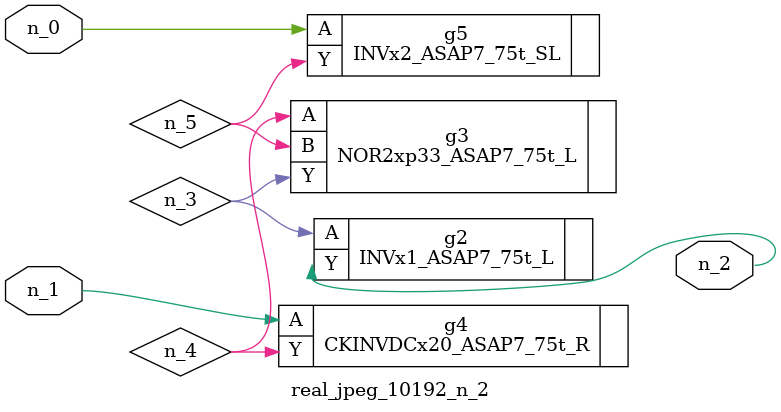
<source format=v>
module real_jpeg_10192_n_2 (n_1, n_0, n_2);

input n_1;
input n_0;

output n_2;

wire n_5;
wire n_4;
wire n_3;

INVx2_ASAP7_75t_SL g5 ( 
.A(n_0),
.Y(n_5)
);

CKINVDCx20_ASAP7_75t_R g4 ( 
.A(n_1),
.Y(n_4)
);

INVx1_ASAP7_75t_L g2 ( 
.A(n_3),
.Y(n_2)
);

NOR2xp33_ASAP7_75t_L g3 ( 
.A(n_4),
.B(n_5),
.Y(n_3)
);


endmodule
</source>
